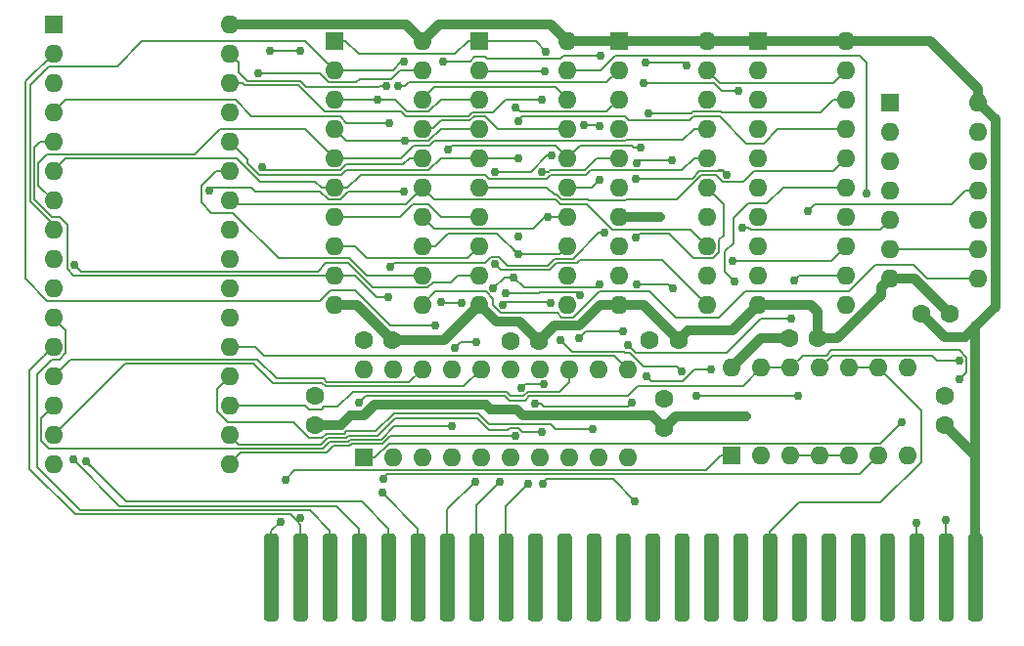
<source format=gbr>
G04 #@! TF.GenerationSoftware,KiCad,Pcbnew,(5.1.10-1-10_14)*
G04 #@! TF.CreationDate,2021-12-08T22:24:40-05:00*
G04 #@! TF.ProjectId,ProDOS ROM-Drive 3.0,50726f44-4f53-4205-924f-4d2d44726976,3.0*
G04 #@! TF.SameCoordinates,Original*
G04 #@! TF.FileFunction,Copper,L1,Top*
G04 #@! TF.FilePolarity,Positive*
%FSLAX46Y46*%
G04 Gerber Fmt 4.6, Leading zero omitted, Abs format (unit mm)*
G04 Created by KiCad (PCBNEW (5.1.10-1-10_14)) date 2021-12-08 22:24:40*
%MOMM*%
%LPD*%
G01*
G04 APERTURE LIST*
G04 #@! TA.AperFunction,ComponentPad*
%ADD10O,1.600000X1.600000*%
G04 #@! TD*
G04 #@! TA.AperFunction,ComponentPad*
%ADD11R,1.600000X1.600000*%
G04 #@! TD*
G04 #@! TA.AperFunction,ComponentPad*
%ADD12C,1.600000*%
G04 #@! TD*
G04 #@! TA.AperFunction,ViaPad*
%ADD13C,0.762000*%
G04 #@! TD*
G04 #@! TA.AperFunction,Conductor*
%ADD14C,0.812800*%
G04 #@! TD*
G04 #@! TA.AperFunction,Conductor*
%ADD15C,0.177800*%
G04 #@! TD*
G04 APERTURE END LIST*
D10*
X52113180Y-25057100D03*
X36873180Y-63157100D03*
X52113180Y-27597100D03*
X36873180Y-60617100D03*
X52113180Y-30137100D03*
X36873180Y-58077100D03*
X52113180Y-32677100D03*
X36873180Y-55537100D03*
X52113180Y-35217100D03*
X36873180Y-52997100D03*
X52113180Y-37757100D03*
X36873180Y-50457100D03*
X52113180Y-40297100D03*
X36873180Y-47917100D03*
X52113180Y-42837100D03*
X36873180Y-45377100D03*
X52113180Y-45377100D03*
X36873180Y-42837100D03*
X52113180Y-47917100D03*
X36873180Y-40297100D03*
X52113180Y-50457100D03*
X36873180Y-37757100D03*
X52113180Y-52997100D03*
X36873180Y-35217100D03*
X52113180Y-55537100D03*
X36873180Y-32677100D03*
X52113180Y-58077100D03*
X36873180Y-30137100D03*
X52113180Y-60617100D03*
X36873180Y-27597100D03*
X52113180Y-63157100D03*
D11*
X36873180Y-25057100D03*
G04 #@! TA.AperFunction,ConnectorPad*
G36*
G01*
X55107840Y-76459080D02*
X55107840Y-69474080D01*
G75*
G02*
X55425340Y-69156580I317500J0D01*
G01*
X56060340Y-69156580D01*
G75*
G02*
X56377840Y-69474080I0J-317500D01*
G01*
X56377840Y-76459080D01*
G75*
G02*
X56060340Y-76776580I-317500J0D01*
G01*
X55425340Y-76776580D01*
G75*
G02*
X55107840Y-76459080I0J317500D01*
G01*
G37*
G04 #@! TD.AperFunction*
G04 #@! TA.AperFunction,ConnectorPad*
G36*
G01*
X57647840Y-76459080D02*
X57647840Y-69474080D01*
G75*
G02*
X57965340Y-69156580I317500J0D01*
G01*
X58600340Y-69156580D01*
G75*
G02*
X58917840Y-69474080I0J-317500D01*
G01*
X58917840Y-76459080D01*
G75*
G02*
X58600340Y-76776580I-317500J0D01*
G01*
X57965340Y-76776580D01*
G75*
G02*
X57647840Y-76459080I0J317500D01*
G01*
G37*
G04 #@! TD.AperFunction*
G04 #@! TA.AperFunction,ConnectorPad*
G36*
G01*
X60187840Y-76459080D02*
X60187840Y-69474080D01*
G75*
G02*
X60505340Y-69156580I317500J0D01*
G01*
X61140340Y-69156580D01*
G75*
G02*
X61457840Y-69474080I0J-317500D01*
G01*
X61457840Y-76459080D01*
G75*
G02*
X61140340Y-76776580I-317500J0D01*
G01*
X60505340Y-76776580D01*
G75*
G02*
X60187840Y-76459080I0J317500D01*
G01*
G37*
G04 #@! TD.AperFunction*
G04 #@! TA.AperFunction,ConnectorPad*
G36*
G01*
X62727840Y-76459080D02*
X62727840Y-69474080D01*
G75*
G02*
X63045340Y-69156580I317500J0D01*
G01*
X63680340Y-69156580D01*
G75*
G02*
X63997840Y-69474080I0J-317500D01*
G01*
X63997840Y-76459080D01*
G75*
G02*
X63680340Y-76776580I-317500J0D01*
G01*
X63045340Y-76776580D01*
G75*
G02*
X62727840Y-76459080I0J317500D01*
G01*
G37*
G04 #@! TD.AperFunction*
G04 #@! TA.AperFunction,ConnectorPad*
G36*
G01*
X65267840Y-76459080D02*
X65267840Y-69474080D01*
G75*
G02*
X65585340Y-69156580I317500J0D01*
G01*
X66220340Y-69156580D01*
G75*
G02*
X66537840Y-69474080I0J-317500D01*
G01*
X66537840Y-76459080D01*
G75*
G02*
X66220340Y-76776580I-317500J0D01*
G01*
X65585340Y-76776580D01*
G75*
G02*
X65267840Y-76459080I0J317500D01*
G01*
G37*
G04 #@! TD.AperFunction*
G04 #@! TA.AperFunction,ConnectorPad*
G36*
G01*
X67807840Y-76459080D02*
X67807840Y-69474080D01*
G75*
G02*
X68125340Y-69156580I317500J0D01*
G01*
X68760340Y-69156580D01*
G75*
G02*
X69077840Y-69474080I0J-317500D01*
G01*
X69077840Y-76459080D01*
G75*
G02*
X68760340Y-76776580I-317500J0D01*
G01*
X68125340Y-76776580D01*
G75*
G02*
X67807840Y-76459080I0J317500D01*
G01*
G37*
G04 #@! TD.AperFunction*
G04 #@! TA.AperFunction,ConnectorPad*
G36*
G01*
X70347840Y-76459080D02*
X70347840Y-69474080D01*
G75*
G02*
X70665340Y-69156580I317500J0D01*
G01*
X71300340Y-69156580D01*
G75*
G02*
X71617840Y-69474080I0J-317500D01*
G01*
X71617840Y-76459080D01*
G75*
G02*
X71300340Y-76776580I-317500J0D01*
G01*
X70665340Y-76776580D01*
G75*
G02*
X70347840Y-76459080I0J317500D01*
G01*
G37*
G04 #@! TD.AperFunction*
G04 #@! TA.AperFunction,ConnectorPad*
G36*
G01*
X72887840Y-76459080D02*
X72887840Y-69474080D01*
G75*
G02*
X73205340Y-69156580I317500J0D01*
G01*
X73840340Y-69156580D01*
G75*
G02*
X74157840Y-69474080I0J-317500D01*
G01*
X74157840Y-76459080D01*
G75*
G02*
X73840340Y-76776580I-317500J0D01*
G01*
X73205340Y-76776580D01*
G75*
G02*
X72887840Y-76459080I0J317500D01*
G01*
G37*
G04 #@! TD.AperFunction*
G04 #@! TA.AperFunction,ConnectorPad*
G36*
G01*
X75427840Y-76459080D02*
X75427840Y-69474080D01*
G75*
G02*
X75745340Y-69156580I317500J0D01*
G01*
X76380340Y-69156580D01*
G75*
G02*
X76697840Y-69474080I0J-317500D01*
G01*
X76697840Y-76459080D01*
G75*
G02*
X76380340Y-76776580I-317500J0D01*
G01*
X75745340Y-76776580D01*
G75*
G02*
X75427840Y-76459080I0J317500D01*
G01*
G37*
G04 #@! TD.AperFunction*
G04 #@! TA.AperFunction,ConnectorPad*
G36*
G01*
X77967840Y-76459080D02*
X77967840Y-69474080D01*
G75*
G02*
X78285340Y-69156580I317500J0D01*
G01*
X78920340Y-69156580D01*
G75*
G02*
X79237840Y-69474080I0J-317500D01*
G01*
X79237840Y-76459080D01*
G75*
G02*
X78920340Y-76776580I-317500J0D01*
G01*
X78285340Y-76776580D01*
G75*
G02*
X77967840Y-76459080I0J317500D01*
G01*
G37*
G04 #@! TD.AperFunction*
G04 #@! TA.AperFunction,ConnectorPad*
G36*
G01*
X80507840Y-76459080D02*
X80507840Y-69474080D01*
G75*
G02*
X80825340Y-69156580I317500J0D01*
G01*
X81460340Y-69156580D01*
G75*
G02*
X81777840Y-69474080I0J-317500D01*
G01*
X81777840Y-76459080D01*
G75*
G02*
X81460340Y-76776580I-317500J0D01*
G01*
X80825340Y-76776580D01*
G75*
G02*
X80507840Y-76459080I0J317500D01*
G01*
G37*
G04 #@! TD.AperFunction*
G04 #@! TA.AperFunction,ConnectorPad*
G36*
G01*
X83047840Y-76459080D02*
X83047840Y-69474080D01*
G75*
G02*
X83365340Y-69156580I317500J0D01*
G01*
X84000340Y-69156580D01*
G75*
G02*
X84317840Y-69474080I0J-317500D01*
G01*
X84317840Y-76459080D01*
G75*
G02*
X84000340Y-76776580I-317500J0D01*
G01*
X83365340Y-76776580D01*
G75*
G02*
X83047840Y-76459080I0J317500D01*
G01*
G37*
G04 #@! TD.AperFunction*
G04 #@! TA.AperFunction,ConnectorPad*
G36*
G01*
X85587840Y-76459080D02*
X85587840Y-69474080D01*
G75*
G02*
X85905340Y-69156580I317500J0D01*
G01*
X86540340Y-69156580D01*
G75*
G02*
X86857840Y-69474080I0J-317500D01*
G01*
X86857840Y-76459080D01*
G75*
G02*
X86540340Y-76776580I-317500J0D01*
G01*
X85905340Y-76776580D01*
G75*
G02*
X85587840Y-76459080I0J317500D01*
G01*
G37*
G04 #@! TD.AperFunction*
G04 #@! TA.AperFunction,ConnectorPad*
G36*
G01*
X88127840Y-76459080D02*
X88127840Y-69474080D01*
G75*
G02*
X88445340Y-69156580I317500J0D01*
G01*
X89080340Y-69156580D01*
G75*
G02*
X89397840Y-69474080I0J-317500D01*
G01*
X89397840Y-76459080D01*
G75*
G02*
X89080340Y-76776580I-317500J0D01*
G01*
X88445340Y-76776580D01*
G75*
G02*
X88127840Y-76459080I0J317500D01*
G01*
G37*
G04 #@! TD.AperFunction*
G04 #@! TA.AperFunction,ConnectorPad*
G36*
G01*
X90667840Y-76459080D02*
X90667840Y-69474080D01*
G75*
G02*
X90985340Y-69156580I317500J0D01*
G01*
X91620340Y-69156580D01*
G75*
G02*
X91937840Y-69474080I0J-317500D01*
G01*
X91937840Y-76459080D01*
G75*
G02*
X91620340Y-76776580I-317500J0D01*
G01*
X90985340Y-76776580D01*
G75*
G02*
X90667840Y-76459080I0J317500D01*
G01*
G37*
G04 #@! TD.AperFunction*
G04 #@! TA.AperFunction,ConnectorPad*
G36*
G01*
X93207840Y-76459080D02*
X93207840Y-69474080D01*
G75*
G02*
X93525340Y-69156580I317500J0D01*
G01*
X94160340Y-69156580D01*
G75*
G02*
X94477840Y-69474080I0J-317500D01*
G01*
X94477840Y-76459080D01*
G75*
G02*
X94160340Y-76776580I-317500J0D01*
G01*
X93525340Y-76776580D01*
G75*
G02*
X93207840Y-76459080I0J317500D01*
G01*
G37*
G04 #@! TD.AperFunction*
G04 #@! TA.AperFunction,ConnectorPad*
G36*
G01*
X95747840Y-76459080D02*
X95747840Y-69474080D01*
G75*
G02*
X96065340Y-69156580I317500J0D01*
G01*
X96700340Y-69156580D01*
G75*
G02*
X97017840Y-69474080I0J-317500D01*
G01*
X97017840Y-76459080D01*
G75*
G02*
X96700340Y-76776580I-317500J0D01*
G01*
X96065340Y-76776580D01*
G75*
G02*
X95747840Y-76459080I0J317500D01*
G01*
G37*
G04 #@! TD.AperFunction*
G04 #@! TA.AperFunction,ConnectorPad*
G36*
G01*
X98287840Y-76459080D02*
X98287840Y-69474080D01*
G75*
G02*
X98605340Y-69156580I317500J0D01*
G01*
X99240340Y-69156580D01*
G75*
G02*
X99557840Y-69474080I0J-317500D01*
G01*
X99557840Y-76459080D01*
G75*
G02*
X99240340Y-76776580I-317500J0D01*
G01*
X98605340Y-76776580D01*
G75*
G02*
X98287840Y-76459080I0J317500D01*
G01*
G37*
G04 #@! TD.AperFunction*
G04 #@! TA.AperFunction,ConnectorPad*
G36*
G01*
X100827840Y-76459080D02*
X100827840Y-69474080D01*
G75*
G02*
X101145340Y-69156580I317500J0D01*
G01*
X101780340Y-69156580D01*
G75*
G02*
X102097840Y-69474080I0J-317500D01*
G01*
X102097840Y-76459080D01*
G75*
G02*
X101780340Y-76776580I-317500J0D01*
G01*
X101145340Y-76776580D01*
G75*
G02*
X100827840Y-76459080I0J317500D01*
G01*
G37*
G04 #@! TD.AperFunction*
G04 #@! TA.AperFunction,ConnectorPad*
G36*
G01*
X103367840Y-76459080D02*
X103367840Y-69474080D01*
G75*
G02*
X103685340Y-69156580I317500J0D01*
G01*
X104320340Y-69156580D01*
G75*
G02*
X104637840Y-69474080I0J-317500D01*
G01*
X104637840Y-76459080D01*
G75*
G02*
X104320340Y-76776580I-317500J0D01*
G01*
X103685340Y-76776580D01*
G75*
G02*
X103367840Y-76459080I0J317500D01*
G01*
G37*
G04 #@! TD.AperFunction*
G04 #@! TA.AperFunction,ConnectorPad*
G36*
G01*
X105907840Y-76459080D02*
X105907840Y-69474080D01*
G75*
G02*
X106225340Y-69156580I317500J0D01*
G01*
X106860340Y-69156580D01*
G75*
G02*
X107177840Y-69474080I0J-317500D01*
G01*
X107177840Y-76459080D01*
G75*
G02*
X106860340Y-76776580I-317500J0D01*
G01*
X106225340Y-76776580D01*
G75*
G02*
X105907840Y-76459080I0J317500D01*
G01*
G37*
G04 #@! TD.AperFunction*
G04 #@! TA.AperFunction,ConnectorPad*
G36*
G01*
X108447840Y-76459080D02*
X108447840Y-69474080D01*
G75*
G02*
X108765340Y-69156580I317500J0D01*
G01*
X109400340Y-69156580D01*
G75*
G02*
X109717840Y-69474080I0J-317500D01*
G01*
X109717840Y-76459080D01*
G75*
G02*
X109400340Y-76776580I-317500J0D01*
G01*
X108765340Y-76776580D01*
G75*
G02*
X108447840Y-76459080I0J317500D01*
G01*
G37*
G04 #@! TD.AperFunction*
G04 #@! TA.AperFunction,ConnectorPad*
G36*
G01*
X110987840Y-76459080D02*
X110987840Y-69474080D01*
G75*
G02*
X111305340Y-69156580I317500J0D01*
G01*
X111940340Y-69156580D01*
G75*
G02*
X112257840Y-69474080I0J-317500D01*
G01*
X112257840Y-76459080D01*
G75*
G02*
X111940340Y-76776580I-317500J0D01*
G01*
X111305340Y-76776580D01*
G75*
G02*
X110987840Y-76459080I0J317500D01*
G01*
G37*
G04 #@! TD.AperFunction*
G04 #@! TA.AperFunction,ConnectorPad*
G36*
G01*
X113527840Y-76459080D02*
X113527840Y-69474080D01*
G75*
G02*
X113845340Y-69156580I317500J0D01*
G01*
X114480340Y-69156580D01*
G75*
G02*
X114797840Y-69474080I0J-317500D01*
G01*
X114797840Y-76459080D01*
G75*
G02*
X114480340Y-76776580I-317500J0D01*
G01*
X113845340Y-76776580D01*
G75*
G02*
X113527840Y-76459080I0J317500D01*
G01*
G37*
G04 #@! TD.AperFunction*
G04 #@! TA.AperFunction,ConnectorPad*
G36*
G01*
X116067840Y-76459080D02*
X116067840Y-69474080D01*
G75*
G02*
X116385340Y-69156580I317500J0D01*
G01*
X117020340Y-69156580D01*
G75*
G02*
X117337840Y-69474080I0J-317500D01*
G01*
X117337840Y-76459080D01*
G75*
G02*
X117020340Y-76776580I-317500J0D01*
G01*
X116385340Y-76776580D01*
G75*
G02*
X116067840Y-76459080I0J317500D01*
G01*
G37*
G04 #@! TD.AperFunction*
D10*
X81396840Y-26484580D03*
X73776840Y-49344580D03*
X81396840Y-29024580D03*
X73776840Y-46804580D03*
X81396840Y-31564580D03*
X73776840Y-44264580D03*
X81396840Y-34104580D03*
X73776840Y-41724580D03*
X81396840Y-36644580D03*
X73776840Y-39184580D03*
X81396840Y-39184580D03*
X73776840Y-36644580D03*
X81396840Y-41724580D03*
X73776840Y-34104580D03*
X81396840Y-44264580D03*
X73776840Y-31564580D03*
X81396840Y-46804580D03*
X73776840Y-29024580D03*
X81396840Y-49344580D03*
D11*
X73776840Y-26484580D03*
D10*
X63743840Y-54932580D03*
X86603840Y-62552580D03*
X66283840Y-54932580D03*
X84063840Y-62552580D03*
X68823840Y-54932580D03*
X81523840Y-62552580D03*
X71363840Y-54932580D03*
X78983840Y-62552580D03*
X73903840Y-54932580D03*
X76443840Y-62552580D03*
X76443840Y-54932580D03*
X73903840Y-62552580D03*
X78983840Y-54932580D03*
X71363840Y-62552580D03*
X81523840Y-54932580D03*
X68823840Y-62552580D03*
X84063840Y-54932580D03*
X66283840Y-62552580D03*
X86603840Y-54932580D03*
D11*
X63743840Y-62552580D03*
D10*
X105526840Y-26484580D03*
X97906840Y-49344580D03*
X105526840Y-29024580D03*
X97906840Y-46804580D03*
X105526840Y-31564580D03*
X97906840Y-44264580D03*
X105526840Y-34104580D03*
X97906840Y-41724580D03*
X105526840Y-36644580D03*
X97906840Y-39184580D03*
X105526840Y-39184580D03*
X97906840Y-36644580D03*
X105526840Y-41724580D03*
X97906840Y-34104580D03*
X105526840Y-44264580D03*
X97906840Y-31564580D03*
X105526840Y-46804580D03*
X97906840Y-29024580D03*
X105526840Y-49344580D03*
D11*
X97906840Y-26484580D03*
X85841840Y-26484580D03*
D10*
X93461840Y-49344580D03*
X85841840Y-29024580D03*
X93461840Y-46804580D03*
X85841840Y-31564580D03*
X93461840Y-44264580D03*
X85841840Y-34104580D03*
X93461840Y-41724580D03*
X85841840Y-36644580D03*
X93461840Y-39184580D03*
X85841840Y-39184580D03*
X93461840Y-36644580D03*
X85841840Y-41724580D03*
X93461840Y-34104580D03*
X85841840Y-44264580D03*
X93461840Y-31564580D03*
X85841840Y-46804580D03*
X93461840Y-29024580D03*
X85841840Y-49344580D03*
X93461840Y-26484580D03*
D11*
X61203840Y-26484580D03*
D10*
X68823840Y-49344580D03*
X61203840Y-29024580D03*
X68823840Y-46804580D03*
X61203840Y-31564580D03*
X68823840Y-44264580D03*
X61203840Y-34104580D03*
X68823840Y-41724580D03*
X61203840Y-36644580D03*
X68823840Y-39184580D03*
X61203840Y-39184580D03*
X68823840Y-36644580D03*
X61203840Y-41724580D03*
X68823840Y-34104580D03*
X61203840Y-44264580D03*
X68823840Y-31564580D03*
X61203840Y-46804580D03*
X68823840Y-29024580D03*
X61203840Y-49344580D03*
X68823840Y-26484580D03*
X95620840Y-54805580D03*
X110860840Y-62425580D03*
X98160840Y-54805580D03*
X108320840Y-62425580D03*
X100700840Y-54805580D03*
X105780840Y-62425580D03*
X103240840Y-54805580D03*
X103240840Y-62425580D03*
X105780840Y-54805580D03*
X100700840Y-62425580D03*
X108320840Y-54805580D03*
X98160840Y-62425580D03*
X110860840Y-54805580D03*
D11*
X95620840Y-62425580D03*
X109336840Y-31818580D03*
D10*
X116956840Y-47058580D03*
X109336840Y-34358580D03*
X116956840Y-44518580D03*
X109336840Y-36898580D03*
X116956840Y-41978580D03*
X109336840Y-39438580D03*
X116956840Y-39438580D03*
X109336840Y-41978580D03*
X116956840Y-36898580D03*
X109336840Y-44518580D03*
X116956840Y-34358580D03*
X109336840Y-47058580D03*
X116956840Y-31818580D03*
D12*
X59552840Y-57258580D03*
X59552840Y-59758580D03*
X114035840Y-59758580D03*
X114035840Y-57258580D03*
X89778840Y-57512580D03*
X89778840Y-60012580D03*
X100573840Y-52265580D03*
X103073840Y-52265580D03*
X88508840Y-52392580D03*
X91008840Y-52392580D03*
X78943840Y-52519580D03*
X76443840Y-52519580D03*
X63743840Y-52392580D03*
X66243840Y-52392580D03*
X114503840Y-50106580D03*
X112003840Y-50106580D03*
D13*
X89397841Y-41772841D03*
X96850200Y-59055000D03*
X110327440Y-59489340D03*
X64955387Y-31597633D03*
X83593851Y-60142120D03*
X67276980Y-35171281D03*
X79138780Y-60396120D03*
X76869504Y-60711179D03*
X77091439Y-44993560D03*
X79667100Y-41755060D03*
X71363840Y-59850020D03*
X65407022Y-64449040D03*
X107269280Y-39672260D03*
X55656480Y-27348180D03*
X58260178Y-27348180D03*
X69898260Y-51168300D03*
X75816936Y-49361884D03*
X73510140Y-52595780D03*
X71594980Y-53106320D03*
X101346000Y-57269380D03*
X92567760Y-57269380D03*
X91267280Y-55087520D03*
X80761840Y-52392580D03*
X79885459Y-49202259D03*
X76062840Y-48328580D03*
X82415034Y-52214354D03*
X86184740Y-51630580D03*
X88254840Y-55567580D03*
X95874840Y-47312580D03*
X93842840Y-54932580D03*
X38722300Y-45897800D03*
X82504271Y-48518981D03*
X88356440Y-32727900D03*
X79456280Y-29164280D03*
X65966834Y-33578800D03*
X87325200Y-43489969D03*
X84609861Y-43129200D03*
X66014600Y-46075600D03*
X65836800Y-48666400D03*
X54978300Y-37431980D03*
X90451940Y-36819840D03*
X87350600Y-37068760D03*
X75092560Y-37810441D03*
X79985517Y-36423600D03*
X82806540Y-33764220D03*
X84155280Y-33850580D03*
X84246720Y-27810460D03*
X88171020Y-28397200D03*
X91732100Y-28580080D03*
X67259200Y-28275181D03*
X70601840Y-28275181D03*
X39666704Y-62908656D03*
X54592220Y-29319220D03*
X75107800Y-45844460D03*
X38574980Y-62732920D03*
X77091439Y-43477180D03*
X72229980Y-49171860D03*
X70408800Y-49110900D03*
X76700380Y-46961377D03*
X74962583Y-47940575D03*
X90525600Y-47955200D03*
X87350600Y-47553979D03*
X84155279Y-47553979D03*
X58262520Y-67795140D03*
X63350140Y-57823100D03*
X115354100Y-55803800D03*
X77091439Y-33456880D03*
X77091439Y-36621720D03*
X67193160Y-39560500D03*
X50370740Y-39479220D03*
X79202280Y-31579820D03*
X95676720Y-45593000D03*
X95176241Y-38072070D03*
X84155279Y-38506400D03*
X87299800Y-38404800D03*
X86616540Y-52862480D03*
X87680800Y-35747960D03*
X71038720Y-35930840D03*
X65659000Y-30426660D03*
X100965000Y-47244000D03*
X100787200Y-50571400D03*
X56535320Y-68160900D03*
X56962040Y-64495581D03*
X79537560Y-27401520D03*
X87972900Y-30114240D03*
X96144080Y-30815181D03*
X96527620Y-42682160D03*
X102224840Y-41216580D03*
X87238840Y-66362580D03*
X79224346Y-64825086D03*
X66753740Y-30429200D03*
X65376266Y-65655666D03*
X73362820Y-64698791D03*
X76890880Y-32232600D03*
X78552040Y-57917181D03*
X86939120Y-57856120D03*
X75519280Y-64698791D03*
X79174239Y-37810440D03*
X77995780Y-64833500D03*
X79364840Y-56243220D03*
X77342220Y-56580232D03*
X111622840Y-68267580D03*
X114162840Y-68013580D03*
X115277900Y-54211220D03*
D14*
X116702840Y-62425580D02*
X114035840Y-59758580D01*
X116702840Y-72966580D02*
X116702840Y-62425580D01*
X116702840Y-62425580D02*
X116702840Y-51249580D01*
X118417241Y-33278981D02*
X116956840Y-31818580D01*
X118417241Y-49535179D02*
X118417241Y-33278981D01*
X116702840Y-51249580D02*
X118417241Y-49535179D01*
X112754210Y-26484580D02*
X105526840Y-26484580D01*
X116956840Y-30687210D02*
X112754210Y-26484580D01*
X116956840Y-31818580D02*
X116956840Y-30687210D01*
X105526840Y-26484580D02*
X97906840Y-26484580D01*
X97906840Y-26484580D02*
X93461840Y-26484580D01*
X93461840Y-26484580D02*
X85841840Y-26484580D01*
X85841840Y-26484580D02*
X81396840Y-26484580D01*
X70284241Y-25024179D02*
X68823840Y-26484580D01*
X79936439Y-25024179D02*
X70284241Y-25024179D01*
X81396840Y-26484580D02*
X79936439Y-25024179D01*
X52504241Y-25024179D02*
X52186840Y-25341580D01*
X67363439Y-25024179D02*
X52504241Y-25024179D01*
X68823840Y-26484580D02*
X67363439Y-25024179D01*
X114035840Y-52138580D02*
X112003840Y-50106580D01*
X115813840Y-52138580D02*
X114035840Y-52138580D01*
X116702840Y-51249580D02*
X115813840Y-52138580D01*
X98160840Y-52265580D02*
X95620840Y-54805580D01*
X100573840Y-52265580D02*
X98160840Y-52265580D01*
X62565179Y-58958581D02*
X61765180Y-59758580D01*
X61765180Y-59758580D02*
X59552840Y-59758580D01*
X63755933Y-58958581D02*
X62565179Y-58958581D01*
X64695724Y-58018790D02*
X63755933Y-58958581D01*
X74300190Y-58018790D02*
X64695724Y-58018790D01*
X74681080Y-58399680D02*
X74300190Y-58018790D01*
X77002640Y-58399680D02*
X74681080Y-58399680D01*
X77561541Y-58958581D02*
X77002640Y-58399680D01*
X89778840Y-60012580D02*
X88724841Y-58958581D01*
X88724841Y-58958581D02*
X77561541Y-58958581D01*
D15*
X85839300Y-41722040D02*
X85841840Y-41724580D01*
D14*
X89349580Y-41724580D02*
X89397841Y-41772841D01*
X85841840Y-41724580D02*
X89349580Y-41724580D01*
X90736420Y-59055000D02*
X89778840Y-60012580D01*
X96850200Y-59055000D02*
X90736420Y-59055000D01*
X70728840Y-52392580D02*
X73776840Y-49344580D01*
X66243840Y-52392580D02*
X70728840Y-52392580D01*
X87960840Y-49344580D02*
X91008840Y-52392580D01*
X85841840Y-49344580D02*
X87960840Y-49344580D01*
X95658839Y-51592581D02*
X97906840Y-49344580D01*
X91808839Y-51592581D02*
X95658839Y-51592581D01*
X91008840Y-52392580D02*
X91808839Y-51592581D01*
X108536841Y-47858579D02*
X109336840Y-47058580D01*
X108536841Y-48495973D02*
X108536841Y-47858579D01*
X104767234Y-52265580D02*
X108536841Y-48495973D01*
X103073840Y-52265580D02*
X104767234Y-52265580D01*
X111455840Y-47058580D02*
X114503840Y-50106580D01*
X109336840Y-47058580D02*
X111455840Y-47058580D01*
X63195840Y-49344580D02*
X61203840Y-49344580D01*
X66243840Y-52392580D02*
X63195840Y-49344580D01*
X75239240Y-50806980D02*
X73776840Y-49344580D01*
X77231240Y-50806980D02*
X75239240Y-50806980D01*
X77231240Y-50806980D02*
X78943840Y-52519580D01*
X84213700Y-49344580D02*
X85841840Y-49344580D01*
X82384890Y-51173390D02*
X84213700Y-49344580D01*
X98092260Y-49530000D02*
X97906840Y-49344580D01*
X80290030Y-51173390D02*
X78943840Y-52519580D01*
X82384890Y-51173390D02*
X80290030Y-51173390D01*
X97906840Y-49344580D02*
X102430580Y-49344580D01*
X103073840Y-49987840D02*
X103073840Y-52265580D01*
X102430580Y-49344580D02*
X103073840Y-49987840D01*
D15*
X108457901Y-61358879D02*
X110327440Y-59489340D01*
X65915341Y-61358879D02*
X108457901Y-61358879D01*
X64721640Y-62552580D02*
X65915341Y-61358879D01*
X63743840Y-62552580D02*
X64721640Y-62552580D01*
X55110479Y-53789679D02*
X54317900Y-52997100D01*
X54317900Y-52997100D02*
X52113180Y-52997100D01*
X85460939Y-53789679D02*
X55110479Y-53789679D01*
X86603840Y-54932580D02*
X85460939Y-53789679D01*
X70402558Y-31564580D02*
X73776840Y-31564580D01*
X67477541Y-32631281D02*
X69335857Y-32631281D01*
X66443893Y-31597633D02*
X67477541Y-32631281D01*
X69335857Y-32631281D02*
X70402558Y-31564580D01*
X64955387Y-31597633D02*
X66443893Y-31597633D01*
X61236893Y-31597633D02*
X61203840Y-31564580D01*
X64955387Y-31597633D02*
X61236893Y-31597633D01*
X79917149Y-59707891D02*
X80351378Y-60142120D01*
X76103392Y-59707868D02*
X77304877Y-59707868D01*
X80351378Y-60142120D02*
X83593851Y-60142120D01*
X76103369Y-59707891D02*
X76103392Y-59707868D01*
X73693020Y-58778140D02*
X74622771Y-59707891D01*
X66342272Y-58778140D02*
X73693020Y-58778140D01*
X64800492Y-60319920D02*
X66342272Y-58778140D01*
X60495024Y-60507890D02*
X62075554Y-60507890D01*
X60101433Y-60901481D02*
X60495024Y-60507890D01*
X52007761Y-59550399D02*
X57653165Y-59550399D01*
X52113180Y-55537100D02*
X51046479Y-56603801D01*
X57653165Y-59550399D02*
X59004247Y-60901481D01*
X62075554Y-60507890D02*
X62263524Y-60319920D01*
X77304877Y-59707868D02*
X77304900Y-59707891D01*
X59004247Y-60901481D02*
X60101433Y-60901481D01*
X51046479Y-58589117D02*
X52007761Y-59550399D01*
X51046479Y-56603801D02*
X51046479Y-58589117D01*
X77304900Y-59707891D02*
X79917149Y-59707891D01*
X74622771Y-59707891D02*
X76103369Y-59707891D01*
X62263524Y-60319920D02*
X64800492Y-60319920D01*
X62270541Y-35171281D02*
X61203840Y-34104580D01*
X70402558Y-34104580D02*
X69335857Y-35171281D01*
X73776840Y-34104580D02*
X70402558Y-34104580D01*
X67276980Y-35171281D02*
X62270541Y-35171281D01*
X69335857Y-35171281D02*
X67276980Y-35171281D01*
X80696870Y-56890920D02*
X81523840Y-56063950D01*
X77947520Y-56890920D02*
X80696870Y-56890920D01*
X76469228Y-57274460D02*
X77563980Y-57274460D01*
X58679866Y-58077100D02*
X59022766Y-58420000D01*
X59022766Y-58420000D02*
X60082914Y-58420000D01*
X60293734Y-58209180D02*
X61468000Y-58209180D01*
X76085688Y-56890920D02*
X76469228Y-57274460D01*
X81523840Y-56063950D02*
X81523840Y-54932580D01*
X62786260Y-56890920D02*
X76085688Y-56890920D01*
X60082914Y-58420000D02*
X60293734Y-58209180D01*
X77563980Y-57274460D02*
X77947520Y-56890920D01*
X61468000Y-58209180D02*
X62786260Y-56890920D01*
X52113180Y-58077100D02*
X58679866Y-58077100D01*
X62335210Y-41724580D02*
X61203840Y-41724580D01*
X62337750Y-41727120D02*
X62335210Y-41724580D01*
X69359879Y-40657879D02*
X67960240Y-40657879D01*
X70426580Y-41724580D02*
X69359879Y-40657879D01*
X66890999Y-41727120D02*
X62337750Y-41727120D01*
X67960240Y-40657879D02*
X66890999Y-41727120D01*
X73776840Y-41724580D02*
X70426580Y-41724580D01*
X53654960Y-61452760D02*
X52948840Y-61452760D01*
X52948840Y-61452760D02*
X52113180Y-60617100D01*
X53654960Y-61452760D02*
X53402030Y-61452760D01*
X77145996Y-60063478D02*
X77478638Y-60396120D01*
X77478638Y-60396120D02*
X79138780Y-60396120D01*
X76235560Y-60208160D02*
X76380242Y-60063478D01*
X76380242Y-60063478D02*
X77145996Y-60063478D01*
X66421000Y-59202320D02*
X73614292Y-59202320D01*
X73614292Y-59202320D02*
X74620132Y-60208160D01*
X64945272Y-60678048D02*
X66421000Y-59202320D01*
X62689728Y-60678048D02*
X64945272Y-60678048D01*
X62687210Y-60675530D02*
X62689728Y-60678048D01*
X62222853Y-60863499D02*
X62410822Y-60675530D01*
X74620132Y-60208160D02*
X76235560Y-60208160D01*
X62410822Y-60675530D02*
X62687210Y-60675530D01*
X60642322Y-60863500D02*
X62222853Y-60863499D01*
X60053062Y-61452760D02*
X60642322Y-60863500D01*
X53654960Y-61452760D02*
X60053062Y-61452760D01*
X62981840Y-44264580D02*
X61203840Y-44264580D01*
X64048541Y-45331281D02*
X62981840Y-44264580D01*
X72710139Y-45331281D02*
X64048541Y-45331281D01*
X73776840Y-44264580D02*
X72710139Y-45331281D01*
X53106302Y-62163978D02*
X52113180Y-63157100D01*
X61165702Y-61574718D02*
X60576442Y-62163978D01*
X62702900Y-61389268D02*
X62517451Y-61574717D01*
X62517451Y-61574717D02*
X61165702Y-61574718D01*
X60576442Y-62163978D02*
X53106302Y-62163978D01*
X65382044Y-61389268D02*
X62702900Y-61389268D01*
X66060133Y-60711179D02*
X65382044Y-61389268D01*
X76869504Y-60711179D02*
X66060133Y-60711179D01*
X81061560Y-44599860D02*
X81396840Y-44264580D01*
X69955210Y-44264580D02*
X71021911Y-43197879D01*
X68823840Y-44264580D02*
X69955210Y-44264580D01*
X77091439Y-44993560D02*
X76710440Y-44612561D01*
X80667860Y-44993560D02*
X81396840Y-44264580D01*
X77091439Y-44993560D02*
X80667860Y-44993560D01*
X75295758Y-43197879D02*
X71021911Y-43197879D01*
X77091439Y-44993560D02*
X75295758Y-43197879D01*
X72405329Y-56431091D02*
X73903840Y-54932580D01*
X60416845Y-56431091D02*
X72405329Y-56431091D01*
X60101433Y-56115679D02*
X60416845Y-56431091D01*
X54191451Y-54427130D02*
X55880000Y-56115679D01*
X43063150Y-54427130D02*
X54191451Y-54427130D01*
X55880000Y-56115679D02*
X60101433Y-56115679D01*
X36873180Y-60617100D02*
X43063150Y-54427130D01*
X81366360Y-41755060D02*
X81396840Y-41724580D01*
X78359099Y-42791281D02*
X79395320Y-41755060D01*
X69890541Y-42791281D02*
X78359099Y-42791281D01*
X68823840Y-41724580D02*
X69890541Y-42791281D01*
X79395320Y-41755060D02*
X79667100Y-41755060D01*
X79667100Y-41755060D02*
X81366360Y-41755060D01*
X62555602Y-61033658D02*
X65234746Y-61033658D01*
X60789622Y-61219108D02*
X62370152Y-61219108D01*
X60200361Y-61808369D02*
X60789622Y-61219108D01*
X36485732Y-61808370D02*
X60200361Y-61808369D01*
X35806479Y-61129117D02*
X36485732Y-61808370D01*
X62370152Y-61219108D02*
X62555602Y-61033658D01*
X35806479Y-59143801D02*
X35806479Y-61129117D01*
X36873180Y-58077100D02*
X35806479Y-59143801D01*
X66418384Y-59850020D02*
X71363840Y-59850020D01*
X65234746Y-61033658D02*
X66418384Y-59850020D01*
X68877180Y-34051240D02*
X68823840Y-34104580D01*
X69761100Y-34051240D02*
X68877180Y-34051240D01*
X70429111Y-33383229D02*
X69761100Y-34051240D01*
X73283981Y-33037879D02*
X72938631Y-33383229D01*
X74288857Y-33037879D02*
X73283981Y-33037879D01*
X72938631Y-33383229D02*
X70429111Y-33383229D01*
X75355558Y-34104580D02*
X74288857Y-33037879D01*
X81396840Y-34104580D02*
X75355558Y-34104580D01*
X38338760Y-54071520D02*
X36873180Y-55537100D01*
X54536241Y-54071520D02*
X38338760Y-54071520D01*
X56217721Y-55753000D02*
X54536241Y-54071520D01*
X60241662Y-55753000D02*
X56217721Y-55753000D01*
X60564143Y-56075481D02*
X60241662Y-55753000D01*
X67680939Y-56075481D02*
X60564143Y-56075481D01*
X68823840Y-54932580D02*
X67680939Y-56075481D01*
X81549240Y-31716980D02*
X81396840Y-31564580D01*
X81495900Y-31663640D02*
X81396840Y-31564580D01*
X69890541Y-30497879D02*
X68823840Y-31564580D01*
X80330139Y-30497879D02*
X69890541Y-30497879D01*
X81396840Y-31564580D02*
X80330139Y-30497879D01*
X106695329Y-64051091D02*
X108320840Y-62425580D01*
X65804971Y-64051091D02*
X106695329Y-64051091D01*
X65407022Y-64449040D02*
X65804971Y-64051091D01*
X107276900Y-28387040D02*
X106639360Y-27749500D01*
X107276900Y-39664640D02*
X107269280Y-39672260D01*
X107276900Y-28387040D02*
X107276900Y-39664640D01*
X55656480Y-27348180D02*
X58260178Y-27348180D01*
X84263122Y-29024580D02*
X85538202Y-27749500D01*
X81396840Y-29024580D02*
X84263122Y-29024580D01*
X85538202Y-27749500D02*
X106639360Y-27749500D01*
X62965204Y-48054260D02*
X66079244Y-51168300D01*
X66079244Y-51168300D02*
X69898260Y-51168300D01*
X72105520Y-52595780D02*
X71594980Y-53106320D01*
X73510140Y-52595780D02*
X72105520Y-52595780D01*
X101346000Y-57269380D02*
X92567760Y-57269380D01*
X87956499Y-54706521D02*
X86760159Y-53510181D01*
X90886281Y-54706521D02*
X87956499Y-54706521D01*
X91267280Y-55087520D02*
X90886281Y-54706521D01*
X81105801Y-52736541D02*
X80761840Y-52392580D01*
X81803329Y-53434069D02*
X80761840Y-52392580D01*
X86273728Y-53434069D02*
X81803329Y-53434069D01*
X86760159Y-53510181D02*
X86349840Y-53510181D01*
X86349840Y-53510181D02*
X86273728Y-53434069D01*
X36361163Y-48983801D02*
X34457640Y-47080278D01*
X59926319Y-48983801D02*
X36361163Y-48983801D01*
X60855860Y-48054260D02*
X59926319Y-48983801D01*
X60855860Y-48054260D02*
X62965204Y-48054260D01*
X34457640Y-30012640D02*
X34457640Y-47080278D01*
X36873180Y-27597100D02*
X34457640Y-30012640D01*
X79786480Y-49103280D02*
X79885459Y-49202259D01*
X76075540Y-49103280D02*
X79786480Y-49103280D01*
X75816936Y-49361884D02*
X76075540Y-49103280D01*
X76062840Y-48328580D02*
X78869459Y-48328580D01*
X82998808Y-51630580D02*
X86184740Y-51630580D01*
X82415034Y-52214354D02*
X82998808Y-51630580D01*
X100065840Y-39184580D02*
X98668741Y-40581679D01*
X105526840Y-39184580D02*
X100065840Y-39184580D01*
X95747840Y-41851679D02*
X95747840Y-44010580D01*
X98668741Y-40581679D02*
X97017840Y-40581679D01*
X97017840Y-40581679D02*
X95747840Y-41851679D01*
X95029019Y-46466759D02*
X95874840Y-47312580D01*
X95029019Y-44729401D02*
X95029019Y-46466759D01*
X95747840Y-44010580D02*
X95029019Y-44729401D01*
X88635839Y-55948579D02*
X88254840Y-55567580D01*
X91364819Y-55948579D02*
X88635839Y-55948579D01*
X92380818Y-54932580D02*
X91364819Y-55948579D01*
X93842840Y-54932580D02*
X92380818Y-54932580D01*
X71247000Y-47428402D02*
X71870822Y-46804580D01*
X71870822Y-46804580D02*
X73776840Y-46804580D01*
X69734202Y-47428402D02*
X71247000Y-47428402D01*
X69291323Y-47871281D02*
X69734202Y-47428402D01*
X64556541Y-47871281D02*
X69291323Y-47871281D01*
X62423139Y-45737879D02*
X64556541Y-47871281D01*
X59746078Y-46443801D02*
X60452000Y-45737879D01*
X60452000Y-45737879D02*
X62423139Y-45737879D01*
X39268301Y-46443801D02*
X59746078Y-46443801D01*
X38722300Y-45897800D02*
X39268301Y-46443801D01*
X82263169Y-48277879D02*
X82504271Y-48518981D01*
X78920160Y-48277879D02*
X82263169Y-48277879D01*
X78869459Y-48328580D02*
X78920160Y-48277879D01*
X73916540Y-29164280D02*
X73776840Y-29024580D01*
X79456280Y-29164280D02*
X73916540Y-29164280D01*
X37939881Y-31610399D02*
X36873180Y-32677100D01*
X52625197Y-31610399D02*
X37939881Y-31610399D01*
X54052677Y-33037879D02*
X52625197Y-31610399D01*
X61715857Y-33037879D02*
X54052677Y-33037879D01*
X62256778Y-33578800D02*
X61715857Y-33037879D01*
X65966834Y-33578800D02*
X62256778Y-33578800D01*
X92084962Y-32727900D02*
X88356440Y-32727900D01*
X94627601Y-32631281D02*
X92181581Y-32631281D01*
X105526840Y-31564580D02*
X104395470Y-31564580D01*
X104395470Y-31564580D02*
X103252569Y-32707481D01*
X92181581Y-32631281D02*
X92084962Y-32727900D01*
X94703801Y-32707481D02*
X94627601Y-32631281D01*
X103252569Y-32707481D02*
X94703801Y-32707481D01*
X94884151Y-40606891D02*
X93461840Y-39184580D01*
X94884151Y-43345177D02*
X94884151Y-40606891D01*
X94528541Y-44776597D02*
X94528541Y-43700787D01*
X93973857Y-45331281D02*
X94528541Y-44776597D01*
X92323722Y-45331281D02*
X93973857Y-45331281D01*
X90190320Y-43197879D02*
X92323722Y-45331281D01*
X94528541Y-43700787D02*
X94884151Y-43345177D01*
X35741810Y-35217100D02*
X36873180Y-35217100D01*
X35218570Y-35740340D02*
X35741810Y-35217100D01*
X37448883Y-41770399D02*
X36767761Y-41770399D01*
X38074599Y-42396115D02*
X37448883Y-41770399D01*
X38610352Y-46799411D02*
X38074599Y-46263658D01*
X58287831Y-46799411D02*
X38610352Y-46799411D01*
X36767761Y-41770399D02*
X35218570Y-40221208D01*
X58293000Y-46804580D02*
X58287831Y-46799411D01*
X35218570Y-40221208D02*
X35218570Y-35740340D01*
X38074599Y-46263658D02*
X38074599Y-42396115D01*
X61203840Y-46804580D02*
X58293000Y-46804580D01*
X87617290Y-43197879D02*
X87325200Y-43489969D01*
X90190320Y-43197879D02*
X87617290Y-43197879D01*
X74255783Y-45737879D02*
X66352321Y-45737879D01*
X74796903Y-45196759D02*
X74255783Y-45737879D01*
X75418697Y-45196759D02*
X74796903Y-45196759D01*
X76180005Y-45958067D02*
X75418697Y-45196759D01*
X80258941Y-45369471D02*
X79670345Y-45958067D01*
X81830775Y-45369471D02*
X80258941Y-45369471D01*
X66352321Y-45737879D02*
X66014600Y-46075600D01*
X84071046Y-43129200D02*
X81830775Y-45369471D01*
X79670345Y-45958067D02*
X76180005Y-45958067D01*
X84609861Y-43129200D02*
X84071046Y-43129200D01*
X62986932Y-46804580D02*
X61203840Y-46804580D01*
X64848752Y-48666400D02*
X62986932Y-46804580D01*
X65836800Y-48666400D02*
X64848752Y-48666400D01*
X60072470Y-39184580D02*
X61203840Y-39184580D01*
X59554310Y-38666420D02*
X60072470Y-39184580D01*
X54751234Y-38666420D02*
X59554310Y-38666420D01*
X52775213Y-36690399D02*
X54751234Y-38666420D01*
X37939881Y-36690399D02*
X52775213Y-36690399D01*
X36873180Y-37757100D02*
X37939881Y-36690399D01*
X79908523Y-38117879D02*
X79568261Y-38458141D01*
X92330470Y-36644580D02*
X91258590Y-37716460D01*
X79568261Y-38458141D02*
X74629119Y-38458141D01*
X83390629Y-37716460D02*
X82989210Y-38117879D01*
X91258590Y-37716460D02*
X83390629Y-37716460D01*
X74629119Y-38458141D02*
X74288857Y-38117879D01*
X82989210Y-38117879D02*
X79908523Y-38117879D01*
X93461840Y-36644580D02*
X92330470Y-36644580D01*
X63373000Y-38146790D02*
X63373000Y-38117879D01*
X62335210Y-39184580D02*
X63373000Y-38146790D01*
X61203840Y-39184580D02*
X62335210Y-39184580D01*
X74288857Y-38117879D02*
X63373000Y-38117879D01*
X51274881Y-34150399D02*
X58709659Y-34150399D01*
X58709659Y-34150399D02*
X59634120Y-35074860D01*
X49141479Y-36283801D02*
X51274881Y-34150399D01*
X36361163Y-36283801D02*
X49141479Y-36283801D01*
X35574180Y-37070784D02*
X36361163Y-36283801D01*
X35574180Y-38998100D02*
X35574180Y-37070784D01*
X36873180Y-40297100D02*
X35574180Y-38998100D01*
X59634120Y-35074860D02*
X59456320Y-34897060D01*
X61203840Y-36644580D02*
X59634120Y-35074860D01*
X91339869Y-35095181D02*
X92330470Y-34104580D01*
X86429957Y-35095181D02*
X91339869Y-35095181D01*
X92330470Y-34104580D02*
X93461840Y-34104580D01*
X86353857Y-35171281D02*
X86429957Y-35095181D01*
X68072000Y-35577879D02*
X69432167Y-35577879D01*
X69432167Y-35577879D02*
X69838765Y-35171281D01*
X61203840Y-36644580D02*
X67005299Y-36644580D01*
X69838765Y-35171281D02*
X86353857Y-35171281D01*
X67005299Y-36644580D02*
X68072000Y-35577879D01*
X55257601Y-37711281D02*
X54978300Y-37431980D01*
X61715857Y-37711281D02*
X55257601Y-37711281D01*
X62270541Y-37156597D02*
X61715857Y-37711281D01*
X67180453Y-37156597D02*
X62270541Y-37156597D01*
X67692470Y-36644580D02*
X67180453Y-37156597D01*
X68823840Y-36644580D02*
X67692470Y-36644580D01*
X87599520Y-36819840D02*
X87350600Y-37068760D01*
X90451940Y-36819840D02*
X87599520Y-36819840D01*
X79602481Y-36423600D02*
X79985517Y-36423600D01*
X78215640Y-37810441D02*
X79602481Y-36423600D01*
X75092560Y-37810441D02*
X78215640Y-37810441D01*
X84068920Y-33764220D02*
X84155280Y-33850580D01*
X82806540Y-33764220D02*
X84068920Y-33764220D01*
X61203840Y-29024580D02*
X66260980Y-29024580D01*
X67010379Y-28275181D02*
X67259200Y-28275181D01*
X66260980Y-29024580D02*
X67010379Y-28275181D01*
X91549220Y-28397200D02*
X91732100Y-28580080D01*
X88171020Y-28397200D02*
X91549220Y-28397200D01*
X81032242Y-27810460D02*
X84246720Y-27810460D01*
X80793481Y-28049221D02*
X81032242Y-27810460D01*
X72947521Y-28275181D02*
X73341122Y-27881580D01*
X70601840Y-28275181D02*
X72947521Y-28275181D01*
X77713840Y-28049221D02*
X80793481Y-28049221D01*
X74212558Y-27881580D02*
X73341122Y-27881580D01*
X74380199Y-28049221D02*
X74212558Y-27881580D01*
X79848457Y-28049221D02*
X74380199Y-28049221D01*
X60121800Y-27942540D02*
X59629139Y-27449879D01*
X61203840Y-29024580D02*
X60121800Y-27942540D01*
X34862960Y-40368506D02*
X36873180Y-42378726D01*
X34862960Y-30275340D02*
X34862960Y-40368506D01*
X36873180Y-42378726D02*
X36873180Y-42837100D01*
X60121800Y-27942540D02*
X58709659Y-26530399D01*
X42397878Y-28663801D02*
X36474499Y-28663801D01*
X36474499Y-28663801D02*
X34862960Y-30275340D01*
X44531280Y-26530399D02*
X42397878Y-28663801D01*
X58709659Y-26530399D02*
X44531280Y-26530399D01*
X65902840Y-72966580D02*
X65902840Y-68747640D01*
X65902840Y-68747640D02*
X65887600Y-68747640D01*
X65887600Y-68747640D02*
X63553340Y-66413380D01*
X43662600Y-66413380D02*
X43355260Y-66413380D01*
X63553340Y-66413380D02*
X43662600Y-66413380D01*
X39666704Y-62908656D02*
X40047703Y-63289655D01*
X43171428Y-66413380D02*
X43662600Y-66413380D01*
X39666704Y-62908656D02*
X43171428Y-66413380D01*
X66146681Y-29778959D02*
X63393321Y-29778959D01*
X66901060Y-29024580D02*
X66146681Y-29778959D01*
X68823840Y-29024580D02*
X66901060Y-29024580D01*
X60691823Y-30091281D02*
X59919762Y-29319220D01*
X59919762Y-29319220D02*
X54592220Y-29319220D01*
X63080999Y-30091281D02*
X60691823Y-30091281D01*
X63393321Y-29778959D02*
X63080999Y-30091281D01*
X93355160Y-49237900D02*
X93461840Y-49344580D01*
X77147420Y-46313677D02*
X75577017Y-46313677D01*
X77147420Y-46313677D02*
X77045820Y-46313677D01*
X75577017Y-46313677D02*
X75107800Y-45844460D01*
X79817643Y-46313677D02*
X77147420Y-46313677D01*
X82453467Y-45450761D02*
X82179148Y-45725080D01*
X82179148Y-45725080D02*
X80406240Y-45725080D01*
X93461840Y-49344580D02*
X89568021Y-45450761D01*
X89568021Y-45450761D02*
X82453467Y-45450761D01*
X80406240Y-45725080D02*
X79817643Y-46313677D01*
X63362840Y-72966580D02*
X63362840Y-68767960D01*
X63362840Y-68767960D02*
X61368940Y-66774060D01*
X43423840Y-66774060D02*
X42677104Y-66774060D01*
X61368940Y-66774060D02*
X43423840Y-66774060D01*
X42616120Y-66774060D02*
X38574980Y-62732920D01*
X43423840Y-66774060D02*
X42616120Y-66774060D01*
X93207840Y-44518580D02*
X93461840Y-44264580D01*
X67401529Y-40606891D02*
X68823840Y-39184580D01*
X52422971Y-40606891D02*
X67401529Y-40606891D01*
X52113180Y-40297100D02*
X52422971Y-40606891D01*
X92039529Y-42842269D02*
X93461840Y-44264580D01*
X86774119Y-42867481D02*
X86799331Y-42842269D01*
X85293247Y-42867481D02*
X86774119Y-42867481D01*
X83083645Y-40657879D02*
X85293247Y-42867481D01*
X80381915Y-40251281D02*
X80788513Y-40657879D01*
X69890541Y-40251281D02*
X80381915Y-40251281D01*
X86799331Y-42842269D02*
X92039529Y-42842269D01*
X80788513Y-40657879D02*
X83083645Y-40657879D01*
X68823840Y-39184580D02*
X69890541Y-40251281D01*
X60822840Y-68884800D02*
X59085480Y-67147440D01*
X60822840Y-72966580D02*
X60822840Y-68884800D01*
X59085480Y-67147440D02*
X43042840Y-67147440D01*
X43042840Y-67147440D02*
X42806632Y-67147440D01*
X39172026Y-67147440D02*
X43042840Y-67147440D01*
X35450869Y-55380693D02*
X35450869Y-63426283D01*
X36767761Y-54063801D02*
X35450869Y-55380693D01*
X37385197Y-54063801D02*
X36767761Y-54063801D01*
X37939881Y-53509117D02*
X37385197Y-54063801D01*
X37939881Y-51523801D02*
X37939881Y-53509117D01*
X35450869Y-63426283D02*
X39172026Y-67147440D01*
X36873180Y-50457100D02*
X37939881Y-51523801D01*
X70469760Y-49171860D02*
X70408800Y-49110900D01*
X72229980Y-49171860D02*
X70469760Y-49171860D01*
X75941781Y-46961377D02*
X74962583Y-47940575D01*
X76700380Y-46961377D02*
X75941781Y-46961377D01*
X77274319Y-43294300D02*
X77091439Y-43477180D01*
X63992748Y-46804580D02*
X62519449Y-45331281D01*
X68823840Y-46804580D02*
X63992748Y-46804580D01*
X61315600Y-45331281D02*
X59044840Y-45331281D01*
X62519449Y-45331281D02*
X61315600Y-45331281D01*
X50981810Y-37757100D02*
X52113180Y-37757100D01*
X49723039Y-39015871D02*
X50981810Y-37757100D01*
X52420520Y-41363801D02*
X56388000Y-45331281D01*
X50573840Y-41363801D02*
X52420520Y-41363801D01*
X49723039Y-40513000D02*
X50573840Y-41363801D01*
X56388000Y-45331281D02*
X61315600Y-45331281D01*
X49723039Y-40513000D02*
X49723039Y-39015871D01*
X90124379Y-47553979D02*
X87350600Y-47553979D01*
X90525600Y-47955200D02*
X90124379Y-47553979D01*
X83837977Y-47871281D02*
X84155279Y-47553979D01*
X77610284Y-47871281D02*
X83837977Y-47871281D01*
X76700380Y-46961377D02*
X77610284Y-47871281D01*
X58282840Y-72966580D02*
X58282840Y-68701920D01*
X58282840Y-68701920D02*
X58282840Y-68635880D01*
X58282840Y-68701920D02*
X58282840Y-68384420D01*
X57988200Y-68069460D02*
X58262520Y-67795140D01*
X57967880Y-68069460D02*
X57988200Y-68069460D01*
X58282840Y-68384420D02*
X57967880Y-68069460D01*
X57967880Y-68069460D02*
X57411620Y-67513200D01*
X98160840Y-54805580D02*
X100700840Y-54805580D01*
X103804633Y-53738879D02*
X104261932Y-53281580D01*
X101767541Y-53738879D02*
X103804633Y-53738879D01*
X100700840Y-54805580D02*
X101767541Y-53738879D01*
X115925601Y-55232299D02*
X115354100Y-55803800D01*
X115925601Y-53900323D02*
X115925601Y-55232299D01*
X115306858Y-53281580D02*
X115925601Y-53900323D01*
X104261932Y-53281580D02*
X115306858Y-53281580D01*
X57411620Y-67513200D02*
X43804840Y-67513200D01*
X43804840Y-67513200D02*
X43169840Y-67513200D01*
X87478141Y-56369679D02*
X96596741Y-56369679D01*
X78097260Y-57269480D02*
X86578340Y-57269480D01*
X86578340Y-57269480D02*
X87478141Y-56369679D01*
X77716370Y-57650370D02*
X78097260Y-57269480D01*
X96596741Y-56369679D02*
X98160840Y-54805580D01*
X76342230Y-57650370D02*
X77716370Y-57650370D01*
X75961340Y-57269480D02*
X76342230Y-57650370D01*
X63903760Y-57269480D02*
X75961340Y-57269480D01*
X63350140Y-57823100D02*
X63903760Y-57269480D01*
X41732200Y-67513200D02*
X40764460Y-67513200D01*
X43804840Y-67513200D02*
X41732200Y-67513200D01*
X36073181Y-53797099D02*
X36065561Y-53797099D01*
X36873180Y-52997100D02*
X36073181Y-53797099D01*
X36065561Y-53797099D02*
X34823400Y-55039260D01*
X34823400Y-55039260D02*
X34823400Y-63548260D01*
X38788340Y-67513200D02*
X41732200Y-67513200D01*
X34823400Y-63548260D02*
X38788340Y-67513200D01*
X99598334Y-34104580D02*
X98348654Y-35354260D01*
X105526840Y-34104580D02*
X99598334Y-34104580D01*
X73799700Y-36621720D02*
X73776840Y-36644580D01*
X77091439Y-36621720D02*
X73799700Y-36621720D01*
X96847672Y-35354260D02*
X97663000Y-35354260D01*
X92277990Y-33037780D02*
X94531192Y-33037780D01*
X91940169Y-33375601D02*
X92277990Y-33037780D01*
X94531192Y-33037780D02*
X96847672Y-35354260D01*
X86691579Y-33375601D02*
X91940169Y-33375601D01*
X77510440Y-33037879D02*
X86353857Y-33037879D01*
X77091439Y-33456880D02*
X77510440Y-33037879D01*
X97663000Y-35354260D02*
X97155000Y-35354260D01*
X86353857Y-33037879D02*
X86691579Y-33375601D01*
X98348654Y-35354260D02*
X97663000Y-35354260D01*
X53642260Y-36746180D02*
X52113180Y-35217100D01*
X53642260Y-37054538D02*
X53642260Y-36746180D01*
X61812167Y-38117879D02*
X54705601Y-38117879D01*
X54705601Y-38117879D02*
X53642260Y-37054538D01*
X69335857Y-37711281D02*
X62218765Y-37711281D01*
X62218765Y-37711281D02*
X61812167Y-38117879D01*
X70402558Y-36644580D02*
X69335857Y-37711281D01*
X73776840Y-36644580D02*
X70402558Y-36644580D01*
X66977260Y-39344600D02*
X67193160Y-39560500D01*
X73657460Y-39303960D02*
X73776840Y-39184580D01*
X62406638Y-39560500D02*
X67193160Y-39560500D01*
X60691823Y-40251281D02*
X61715857Y-40251281D01*
X59980731Y-39540189D02*
X60691823Y-40251281D01*
X54361079Y-39540189D02*
X59980731Y-39540189D01*
X54051289Y-39230399D02*
X54361079Y-39540189D01*
X50619561Y-39230399D02*
X54051289Y-39230399D01*
X61715857Y-40251281D02*
X62406638Y-39560500D01*
X50370740Y-39479220D02*
X50619561Y-39230399D01*
X80276700Y-39827200D02*
X80261460Y-39827200D01*
X79618840Y-39184580D02*
X73776840Y-39184580D01*
X80261460Y-39827200D02*
X79618840Y-39184580D01*
X80460742Y-39827200D02*
X80884823Y-40251281D01*
X80261460Y-39827200D02*
X80460742Y-39827200D01*
X90822978Y-40251281D02*
X86466633Y-40251281D01*
X92956380Y-38117879D02*
X90822978Y-40251281D01*
X94263452Y-38117879D02*
X92956380Y-38117879D01*
X94865344Y-38719771D02*
X94263452Y-38117879D01*
X96634289Y-38719771D02*
X94865344Y-38719771D01*
X97566579Y-37787481D02*
X96634289Y-38719771D01*
X104383939Y-37787481D02*
X97566579Y-37787481D01*
X105526840Y-36644580D02*
X104383939Y-37787481D01*
X83179955Y-40251281D02*
X81795719Y-40251281D01*
X86390433Y-40327481D02*
X83256155Y-40327481D01*
X86466633Y-40251281D02*
X86390433Y-40327481D01*
X80884823Y-40251281D02*
X81795719Y-40251281D01*
X83256155Y-40327481D02*
X83179955Y-40251281D01*
X81795719Y-40251281D02*
X82278319Y-40251281D01*
X104198420Y-45593000D02*
X95676720Y-45593000D01*
X105526840Y-44264580D02*
X104198420Y-45593000D01*
X95176241Y-38072070D02*
X94973130Y-38072070D01*
X53244550Y-30137100D02*
X52113180Y-30137100D01*
X53429981Y-30322531D02*
X53244550Y-30137100D01*
X66974633Y-32631281D02*
X60358939Y-32631281D01*
X60358939Y-32631281D02*
X58050189Y-30322531D01*
X67370972Y-33027620D02*
X66974633Y-32631281D01*
X72791332Y-33027620D02*
X67370972Y-33027620D01*
X73136683Y-32682269D02*
X72791332Y-33027620D01*
X74889338Y-32682269D02*
X73136683Y-32682269D01*
X75991787Y-31579820D02*
X74889338Y-32682269D01*
X58050189Y-30322531D02*
X53429981Y-30322531D01*
X79202280Y-31579820D02*
X75991787Y-31579820D01*
X94795242Y-37691071D02*
X95176241Y-38072070D01*
X94427029Y-37691071D02*
X94795242Y-37691071D01*
X94406819Y-37711281D02*
X94427029Y-37691071D01*
X81396840Y-39184580D02*
X81871821Y-38709599D01*
X83477099Y-39184580D02*
X84155279Y-38506400D01*
X81396840Y-39184580D02*
X83477099Y-39184580D01*
X94866440Y-37762269D02*
X95176241Y-38072070D01*
X92166551Y-38404800D02*
X92809082Y-37762269D01*
X92809082Y-37762269D02*
X94866440Y-37762269D01*
X87299800Y-38404800D02*
X92166551Y-38404800D01*
X82463541Y-35577879D02*
X81396840Y-36644580D01*
X87141985Y-35747960D02*
X86971904Y-35577879D01*
X86971904Y-35577879D02*
X82463541Y-35577879D01*
X87680800Y-35747960D02*
X87141985Y-35747960D01*
X71391681Y-35577879D02*
X71038720Y-35930840D01*
X80330139Y-35577879D02*
X71391681Y-35577879D01*
X81396840Y-36644580D02*
X80330139Y-35577879D01*
X87289541Y-53535481D02*
X86616540Y-52862480D01*
X60972610Y-30446890D02*
X61020960Y-30495240D01*
X65051605Y-30495240D02*
X65120185Y-30426660D01*
X58722168Y-30446890D02*
X60972610Y-30446890D01*
X65120185Y-30426660D02*
X65659000Y-30426660D01*
X58242199Y-29966921D02*
X58722168Y-30446890D01*
X61020960Y-30495240D02*
X65051605Y-30495240D01*
X53637181Y-29966921D02*
X58242199Y-29966921D01*
X52913179Y-29242919D02*
X53637181Y-29966921D01*
X52913179Y-28397099D02*
X52913179Y-29242919D01*
X52113180Y-27597100D02*
X52913179Y-28397099D01*
X101404420Y-46804580D02*
X100965000Y-47244000D01*
X105526840Y-46804580D02*
X101404420Y-46804580D01*
X100787200Y-50571400D02*
X98137881Y-50571400D01*
X98137881Y-50571400D02*
X95173800Y-53535481D01*
X95173800Y-53535481D02*
X87289541Y-53535481D01*
X94643040Y-62425580D02*
X95620840Y-62425580D01*
X93373139Y-63695481D02*
X94643040Y-62425580D01*
X57762140Y-63695481D02*
X93373139Y-63695481D01*
X56962040Y-64495581D02*
X57762140Y-63695481D01*
X104383939Y-30167481D02*
X105526840Y-29024580D01*
X94604741Y-30167481D02*
X104383939Y-30167481D01*
X93461840Y-29024580D02*
X94604741Y-30167481D01*
X55742840Y-68953380D02*
X56535320Y-68160900D01*
X55742840Y-72966580D02*
X55742840Y-68953380D01*
X62181640Y-26484580D02*
X61203840Y-26484580D01*
X71656139Y-27627481D02*
X63324541Y-27627481D01*
X63324541Y-27627481D02*
X62181640Y-26484580D01*
X72799040Y-26484580D02*
X71656139Y-27627481D01*
X73776840Y-26484580D02*
X72799040Y-26484580D01*
X78620620Y-26484580D02*
X79537560Y-27401520D01*
X73776840Y-26484580D02*
X78620620Y-26484580D01*
X94749533Y-30815181D02*
X96144080Y-30815181D01*
X94048592Y-30114240D02*
X94749533Y-30815181D01*
X87972900Y-30114240D02*
X94048592Y-30114240D01*
X108447939Y-42867481D02*
X109336840Y-41978580D01*
X97251756Y-42867481D02*
X108447939Y-42867481D01*
X97066435Y-42682160D02*
X97251756Y-42867481D01*
X96527620Y-42682160D02*
X97066435Y-42682160D01*
X114606171Y-40657879D02*
X102783541Y-40657879D01*
X115825470Y-39438580D02*
X114606171Y-40657879D01*
X116956840Y-39438580D02*
X115825470Y-39438580D01*
X102783541Y-40657879D02*
X102224840Y-41216580D01*
X85320347Y-64444087D02*
X87238840Y-66362580D01*
X79605345Y-64444087D02*
X85320347Y-64444087D01*
X79224346Y-64825086D02*
X79605345Y-64444087D01*
X84775139Y-30091281D02*
X85841840Y-29024580D01*
X67630474Y-30091281D02*
X84775139Y-30091281D01*
X67292555Y-30429200D02*
X67630474Y-30091281D01*
X66753740Y-30429200D02*
X67292555Y-30429200D01*
X68442840Y-68722240D02*
X68442840Y-72966580D01*
X65376266Y-65655666D02*
X68442840Y-68722240D01*
X70982840Y-67066160D02*
X73472040Y-64576960D01*
X70982840Y-72966580D02*
X70982840Y-67066160D01*
X77289561Y-32631281D02*
X84775139Y-32631281D01*
X84775139Y-32631281D02*
X85841840Y-31564580D01*
X76890880Y-32232600D02*
X77289561Y-32631281D01*
X79090855Y-57917181D02*
X79347294Y-58173620D01*
X78552040Y-57917181D02*
X79090855Y-57917181D01*
X86621620Y-58173620D02*
X86939120Y-57856120D01*
X79347294Y-58173620D02*
X86621620Y-58173620D01*
X86184740Y-34447480D02*
X85841840Y-34104580D01*
X73522840Y-66695231D02*
X75519280Y-64698791D01*
X73522840Y-72966580D02*
X73522840Y-66695231D01*
X76062840Y-66766440D02*
X77995780Y-64833500D01*
X76062840Y-72966580D02*
X76062840Y-66766440D01*
X83919060Y-36644580D02*
X85841840Y-36644580D01*
X82892900Y-37711281D02*
X82892900Y-37670740D01*
X82892900Y-37670740D02*
X83919060Y-36644580D01*
X79812213Y-37711281D02*
X82892900Y-37711281D01*
X79713054Y-37810440D02*
X79812213Y-37711281D01*
X79174239Y-37810440D02*
X79713054Y-37810440D01*
X79324200Y-56202580D02*
X79364840Y-56243220D01*
X77723219Y-56199233D02*
X79320853Y-56199233D01*
X79320853Y-56199233D02*
X79364840Y-56243220D01*
X77342220Y-56580232D02*
X77723219Y-56199233D01*
X108320840Y-54805580D02*
X105780840Y-54805580D01*
X98922840Y-69029580D02*
X98922840Y-72966580D01*
X101460300Y-66492120D02*
X98922840Y-69029580D01*
X112003741Y-58488481D02*
X108320840Y-54805580D01*
X112003741Y-62974173D02*
X112003741Y-58488481D01*
X108485794Y-66492120D02*
X112003741Y-62974173D01*
X105526840Y-66492120D02*
X108485794Y-66492120D01*
X105526840Y-66492120D02*
X101460300Y-66492120D01*
X107091480Y-66492120D02*
X105526840Y-66492120D01*
X111622840Y-72966580D02*
X111622840Y-68267580D01*
X114162840Y-68013580D02*
X114162840Y-72966580D01*
X112515524Y-47058580D02*
X116956840Y-47058580D01*
X111372623Y-45915679D02*
X112515524Y-47058580D01*
X96763840Y-48201679D02*
X105708459Y-48201679D01*
X90794741Y-50487580D02*
X94477939Y-50487580D01*
X84118459Y-48201679D02*
X88508840Y-48201679D01*
X88508840Y-48201679D02*
X90794741Y-50487580D01*
X68823840Y-49344580D02*
X69966741Y-48201679D01*
X107994459Y-45915679D02*
X111372623Y-45915679D01*
X74919741Y-49387661D02*
X75574016Y-50041936D01*
X80515478Y-50041936D02*
X80897622Y-50424080D01*
X105708459Y-48201679D02*
X107994459Y-45915679D01*
X94477939Y-50487580D02*
X96763840Y-48201679D01*
X81896058Y-50424080D02*
X84118459Y-48201679D01*
X74307700Y-48201679D02*
X74919741Y-48813720D01*
X75574016Y-50041936D02*
X80515478Y-50041936D01*
X74919741Y-48813720D02*
X74919741Y-49387661D01*
X80897622Y-50424080D02*
X81896058Y-50424080D01*
X69966741Y-48201679D02*
X74307700Y-48201679D01*
X100700840Y-62425580D02*
X103240840Y-62425580D01*
X103240840Y-62425580D02*
X105780840Y-62425580D01*
X104307541Y-53738879D02*
X112928499Y-53738879D01*
X112928499Y-53738879D02*
X113400840Y-54211220D01*
X103240840Y-54805580D02*
X104307541Y-53738879D01*
X113400840Y-54211220D02*
X115277900Y-54211220D01*
X116956840Y-44518580D02*
X109336840Y-44518580D01*
X52113180Y-45303440D02*
X52113180Y-45377100D01*
M02*

</source>
